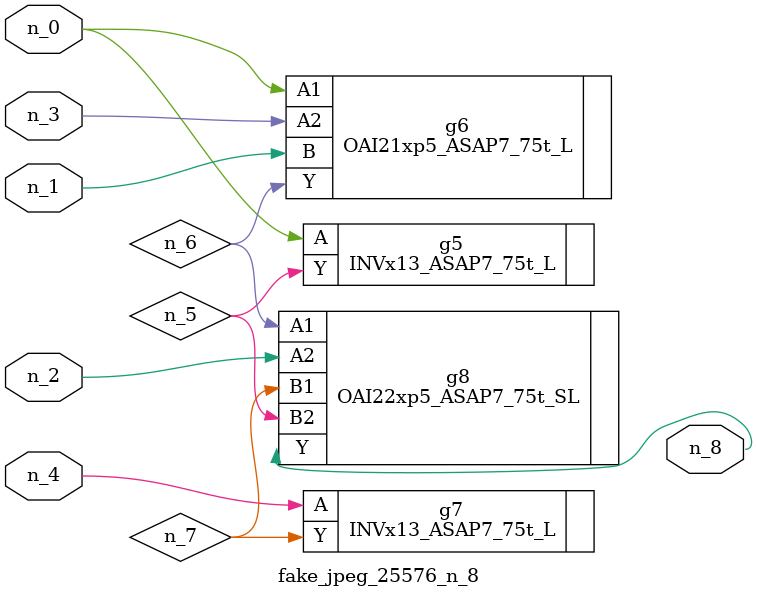
<source format=v>
module fake_jpeg_25576_n_8 (n_3, n_2, n_1, n_0, n_4, n_8);

input n_3;
input n_2;
input n_1;
input n_0;
input n_4;

output n_8;

wire n_6;
wire n_5;
wire n_7;

INVx13_ASAP7_75t_L g5 ( 
.A(n_0),
.Y(n_5)
);

OAI21xp5_ASAP7_75t_L g6 ( 
.A1(n_0),
.A2(n_3),
.B(n_1),
.Y(n_6)
);

INVx13_ASAP7_75t_L g7 ( 
.A(n_4),
.Y(n_7)
);

OAI22xp5_ASAP7_75t_SL g8 ( 
.A1(n_6),
.A2(n_2),
.B1(n_7),
.B2(n_5),
.Y(n_8)
);


endmodule
</source>
